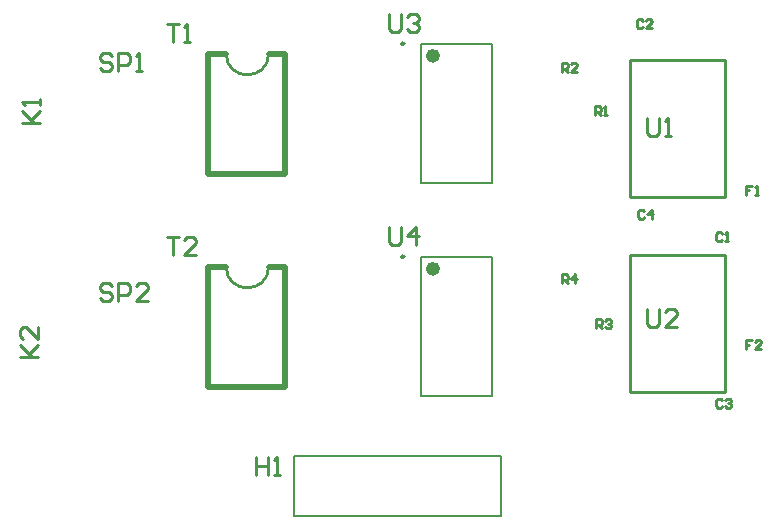
<source format=gto>
G04*
G04 #@! TF.GenerationSoftware,Altium Limited,Altium Designer,20.0.13 (296)*
G04*
G04 Layer_Color=65535*
%FSLAX44Y44*%
%MOMM*%
G71*
G01*
G75*
%ADD10C,0.2540*%
%ADD11C,0.6000*%
%ADD12C,0.2500*%
%ADD13C,0.1270*%
%ADD14C,0.5000*%
%ADD15C,0.2000*%
D10*
X185875Y342900D02*
G03*
X221796Y342900I17960J0D01*
G01*
X185875Y162560D02*
G03*
X221796Y162560I17960J0D01*
G01*
X608010Y221299D02*
Y337499D01*
X528010D02*
X608010D01*
X528010Y221299D02*
Y337499D01*
Y221299D02*
X608010D01*
Y56199D02*
Y172399D01*
X528010D02*
X608010D01*
X528010Y56199D02*
Y172399D01*
Y56199D02*
X608010D01*
X469902Y148591D02*
Y156209D01*
X473711D01*
X474980Y154939D01*
Y152400D01*
X473711Y151130D01*
X469902D01*
X472441D02*
X474980Y148591D01*
X481328D02*
Y156209D01*
X477520Y152400D01*
X482598D01*
X499112Y110491D02*
Y118109D01*
X502921D01*
X504190Y116839D01*
Y114300D01*
X502921Y113030D01*
X499112D01*
X501651D02*
X504190Y110491D01*
X506730Y116839D02*
X507999Y118109D01*
X510538D01*
X511808Y116839D01*
Y115570D01*
X510538Y114300D01*
X509269D01*
X510538D01*
X511808Y113030D01*
Y111761D01*
X510538Y110491D01*
X507999D01*
X506730Y111761D01*
X89405Y146554D02*
X86866Y149093D01*
X81787D01*
X79248Y146554D01*
Y144015D01*
X81787Y141475D01*
X86866D01*
X89405Y138936D01*
Y136397D01*
X86866Y133858D01*
X81787D01*
X79248Y136397D01*
X94483Y133858D02*
Y149093D01*
X102101D01*
X104640Y146554D01*
Y141475D01*
X102101Y138936D01*
X94483D01*
X119875Y133858D02*
X109718D01*
X119875Y144015D01*
Y146554D01*
X117336Y149093D01*
X112257D01*
X109718Y146554D01*
X497842Y290831D02*
Y298449D01*
X501650D01*
X502920Y297179D01*
Y294640D01*
X501650Y293370D01*
X497842D01*
X500381D02*
X502920Y290831D01*
X505459D02*
X507998D01*
X506729D01*
Y298449D01*
X505459Y297179D01*
X469902Y327661D02*
Y335279D01*
X473711D01*
X474980Y334009D01*
Y331470D01*
X473711Y330200D01*
X469902D01*
X472441D02*
X474980Y327661D01*
X482598D02*
X477520D01*
X482598Y332740D01*
Y334009D01*
X481328Y335279D01*
X478789D01*
X477520Y334009D01*
X323850Y196337D02*
Y183641D01*
X326389Y181102D01*
X331468D01*
X334007Y183641D01*
Y196337D01*
X346703Y181102D02*
Y196337D01*
X339085Y188720D01*
X349242D01*
X323850Y376677D02*
Y363981D01*
X326389Y361442D01*
X331468D01*
X334007Y363981D01*
Y376677D01*
X339085Y374138D02*
X341624Y376677D01*
X346703D01*
X349242Y374138D01*
Y371599D01*
X346703Y369059D01*
X344163D01*
X346703D01*
X349242Y366520D01*
Y363981D01*
X346703Y361442D01*
X341624D01*
X339085Y363981D01*
X542294Y126996D02*
Y114300D01*
X544833Y111761D01*
X549912D01*
X552451Y114300D01*
Y126996D01*
X567686Y111761D02*
X557529D01*
X567686Y121918D01*
Y124457D01*
X565147Y126996D01*
X560068D01*
X557529Y124457D01*
X542293Y288286D02*
Y275590D01*
X544832Y273051D01*
X549911D01*
X552450Y275590D01*
Y288286D01*
X557528Y273051D02*
X562607D01*
X560068D01*
Y288286D01*
X557528Y285747D01*
X135382Y187955D02*
X145539D01*
X140460D01*
Y172720D01*
X160774D02*
X150617D01*
X160774Y182877D01*
Y185416D01*
X158235Y187955D01*
X153156D01*
X150617Y185416D01*
X135382Y368295D02*
X145539D01*
X140460D01*
Y353060D01*
X150617D02*
X155695D01*
X153156D01*
Y368295D01*
X150617Y365756D01*
X89405Y340864D02*
X86866Y343403D01*
X81787D01*
X79248Y340864D01*
Y338325D01*
X81787Y335785D01*
X86866D01*
X89405Y333246D01*
Y330707D01*
X86866Y328168D01*
X81787D01*
X79248Y330707D01*
X94483Y328168D02*
Y343403D01*
X102101D01*
X104640Y340864D01*
Y335785D01*
X102101Y333246D01*
X94483D01*
X109718Y328168D02*
X114796D01*
X112257D01*
Y343403D01*
X109718Y340864D01*
X11432Y86364D02*
X26667D01*
X21589D01*
X11432Y96521D01*
X19050Y88903D01*
X26667Y96521D01*
Y111756D02*
Y101599D01*
X16511Y111756D01*
X13972D01*
X11432Y109217D01*
Y104138D01*
X13972Y101599D01*
X12702Y284483D02*
X27938D01*
X22859D01*
X12702Y294640D01*
X20320Y287022D01*
X27938Y294640D01*
Y299718D02*
Y304797D01*
Y302258D01*
X12702D01*
X15242Y299718D01*
X210823Y1268D02*
Y-13967D01*
Y-6350D01*
X220980D01*
Y1268D01*
Y-13967D01*
X226058D02*
X231137D01*
X228598D01*
Y1268D01*
X226058Y-1272D01*
X631190Y100329D02*
X626112D01*
Y96520D01*
X628651D01*
X626112D01*
Y92711D01*
X638808D02*
X633730D01*
X638808Y97790D01*
Y99059D01*
X637538Y100329D01*
X634999D01*
X633730Y99059D01*
X631190Y231139D02*
X626112D01*
Y227330D01*
X628651D01*
X626112D01*
Y223521D01*
X633729D02*
X636268D01*
X634999D01*
Y231139D01*
X633729Y229869D01*
X539750Y209548D02*
X538481Y210818D01*
X535942D01*
X534672Y209548D01*
Y204470D01*
X535942Y203200D01*
X538481D01*
X539750Y204470D01*
X546098Y203200D02*
Y210818D01*
X542290Y207009D01*
X547368D01*
X605790Y49529D02*
X604521Y50799D01*
X601982D01*
X600712Y49529D01*
Y44451D01*
X601982Y43181D01*
X604521D01*
X605790Y44451D01*
X608330Y49529D02*
X609599Y50799D01*
X612138D01*
X613408Y49529D01*
Y48260D01*
X612138Y46990D01*
X610869D01*
X612138D01*
X613408Y45720D01*
Y44451D01*
X612138Y43181D01*
X609599D01*
X608330Y44451D01*
X538480Y370839D02*
X537211Y372109D01*
X534672D01*
X533402Y370839D01*
Y365761D01*
X534672Y364491D01*
X537211D01*
X538480Y365761D01*
X546098Y364491D02*
X541020D01*
X546098Y369570D01*
Y370839D01*
X544828Y372109D01*
X542289D01*
X541020Y370839D01*
X605790Y190499D02*
X604520Y191769D01*
X601981D01*
X600712Y190499D01*
Y185421D01*
X601981Y184151D01*
X604520D01*
X605790Y185421D01*
X608329Y184151D02*
X610868D01*
X609599D01*
Y191769D01*
X608329Y190499D01*
D11*
X364000Y160760D02*
G03*
X364000Y160760I-3000J0D01*
G01*
Y341100D02*
G03*
X364000Y341100I-3000J0D01*
G01*
D12*
X336750Y171060D02*
G03*
X336750Y171060I-1250J0D01*
G01*
Y351400D02*
G03*
X336750Y351400I-1250J0D01*
G01*
D13*
X243370Y2540D02*
X418370D01*
Y-48260D02*
Y2540D01*
X243370Y-48260D02*
X418370D01*
X243370D02*
Y2540D01*
D14*
X170815Y342900D02*
X185875D01*
X221796D02*
X235585D01*
X170815Y241300D02*
X235585D01*
Y342900D01*
X170815Y241300D02*
Y342900D01*
Y162560D02*
X185875D01*
X221796D02*
X235585D01*
X170815Y60960D02*
X235585D01*
Y162560D01*
X170815Y60960D02*
Y162560D01*
D15*
X351000Y52760D02*
X411000D01*
X351000Y170760D02*
X411000D01*
Y52760D02*
Y170760D01*
X351000Y52760D02*
Y170760D01*
Y233100D02*
X411000D01*
X351000Y351100D02*
X411000D01*
Y233100D02*
Y351100D01*
X351000Y233100D02*
Y351100D01*
M02*

</source>
